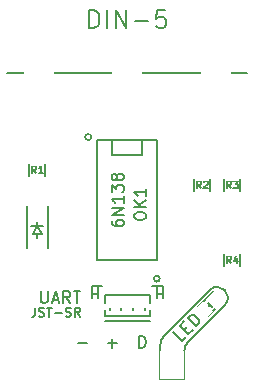
<source format=gto>
G04 #@! TF.FileFunction,Legend,Top*
%FSLAX46Y46*%
G04 Gerber Fmt 4.6, Leading zero omitted, Abs format (unit mm)*
G04 Created by KiCad (PCBNEW 4.0.1-stable) date Tuesday, April 19, 2016 'PMt' 04:38:34 PM*
%MOMM*%
G01*
G04 APERTURE LIST*
%ADD10C,0.100000*%
%ADD11C,0.200000*%
%ADD12C,0.152400*%
%ADD13C,0.203200*%
%ADD14C,0.150000*%
%ADD15C,0.127000*%
%ADD16C,2.700000*%
%ADD17C,2.400000*%
%ADD18R,2.127200X2.432000*%
%ADD19O,2.127200X2.432000*%
%ADD20R,1.300000X1.600000*%
%ADD21R,2.432000X1.924000*%
%ADD22R,1.620000X1.310000*%
%ADD23R,1.000000X1.950000*%
%ADD24R,1.600000X2.200000*%
G04 APERTURE END LIST*
D10*
D11*
X142240000Y-93345000D02*
X162560000Y-93345000D01*
X149352000Y-98806000D02*
G75*
G03X149352000Y-98806000I-254000J0D01*
G01*
D12*
X144607644Y-113247714D02*
X144607644Y-113792000D01*
X144571358Y-113900857D01*
X144498787Y-113973429D01*
X144389930Y-114009714D01*
X144317358Y-114009714D01*
X144934215Y-113973429D02*
X145043072Y-114009714D01*
X145224501Y-114009714D01*
X145297072Y-113973429D01*
X145333358Y-113937143D01*
X145369643Y-113864571D01*
X145369643Y-113792000D01*
X145333358Y-113719429D01*
X145297072Y-113683143D01*
X145224501Y-113646857D01*
X145079358Y-113610571D01*
X145006786Y-113574286D01*
X144970501Y-113538000D01*
X144934215Y-113465429D01*
X144934215Y-113392857D01*
X144970501Y-113320286D01*
X145006786Y-113284000D01*
X145079358Y-113247714D01*
X145260786Y-113247714D01*
X145369643Y-113284000D01*
X145587357Y-113247714D02*
X146022786Y-113247714D01*
X145805072Y-114009714D02*
X145805072Y-113247714D01*
X146276786Y-113719429D02*
X146857357Y-113719429D01*
X147183929Y-113973429D02*
X147292786Y-114009714D01*
X147474215Y-114009714D01*
X147546786Y-113973429D01*
X147583072Y-113937143D01*
X147619357Y-113864571D01*
X147619357Y-113792000D01*
X147583072Y-113719429D01*
X147546786Y-113683143D01*
X147474215Y-113646857D01*
X147329072Y-113610571D01*
X147256500Y-113574286D01*
X147220215Y-113538000D01*
X147183929Y-113465429D01*
X147183929Y-113392857D01*
X147220215Y-113320286D01*
X147256500Y-113284000D01*
X147329072Y-113247714D01*
X147510500Y-113247714D01*
X147619357Y-113284000D01*
X148381357Y-114009714D02*
X148127357Y-113646857D01*
X147945929Y-114009714D02*
X147945929Y-113247714D01*
X148236214Y-113247714D01*
X148308786Y-113284000D01*
X148345071Y-113320286D01*
X148381357Y-113392857D01*
X148381357Y-113501714D01*
X148345071Y-113574286D01*
X148308786Y-113610571D01*
X148236214Y-113646857D01*
X147945929Y-113646857D01*
D11*
X157586815Y-116095915D02*
G75*
G03X157226000Y-116967000I871085J-871085D01*
G01*
X155554815Y-115587915D02*
G75*
G03X155194000Y-116459000I871085J-871085D01*
G01*
X155194000Y-119253000D02*
X155194000Y-116459000D01*
X159385000Y-111760000D02*
X155575000Y-115570000D01*
X157226000Y-119253000D02*
X155194000Y-119253000D01*
X157226000Y-116967000D02*
X157226000Y-119253000D01*
X160655000Y-113030000D02*
X157607000Y-116078000D01*
X160655000Y-113030000D02*
G75*
G03X159385000Y-111760000I-635000J635000D01*
G01*
D13*
X157343158Y-115721842D02*
X157001053Y-116063946D01*
X156282633Y-115345526D01*
X157206316Y-115106053D02*
X157445789Y-114866580D01*
X157924736Y-115140263D02*
X157582632Y-115482368D01*
X156864211Y-114763947D01*
X157206316Y-114421843D01*
X158232631Y-114832368D02*
X157514211Y-114113948D01*
X157685263Y-113942895D01*
X157822105Y-113874475D01*
X157958947Y-113874475D01*
X158061578Y-113908685D01*
X158232631Y-114011317D01*
X158335262Y-114113948D01*
X158437894Y-114285001D01*
X158472104Y-114387632D01*
X158472104Y-114524474D01*
X158403684Y-114661316D01*
X158232631Y-114832368D01*
X153403905Y-116664619D02*
X153403905Y-115648619D01*
X153645810Y-115648619D01*
X153790952Y-115697000D01*
X153887714Y-115793762D01*
X153936095Y-115890524D01*
X153984476Y-116084048D01*
X153984476Y-116229190D01*
X153936095Y-116422714D01*
X153887714Y-116519476D01*
X153790952Y-116616238D01*
X153645810Y-116664619D01*
X153403905Y-116664619D01*
X148202953Y-116277571D02*
X148977048Y-116277571D01*
X150742953Y-116277571D02*
X151517048Y-116277571D01*
X151130000Y-116664619D02*
X151130000Y-115890524D01*
D14*
X161965000Y-102370000D02*
X161965000Y-103370000D01*
X160615000Y-103370000D02*
X160615000Y-102370000D01*
X154940000Y-99060000D02*
X149860000Y-99060000D01*
X149860000Y-99060000D02*
X149860000Y-109220000D01*
X149860000Y-109220000D02*
X154940000Y-109220000D01*
X154940000Y-109220000D02*
X154940000Y-99060000D01*
X153670000Y-99060000D02*
X153670000Y-100330000D01*
X153670000Y-100330000D02*
X151130000Y-100330000D01*
X151130000Y-100330000D02*
X151130000Y-99060000D01*
X144780000Y-106997500D02*
X144780000Y-107378500D01*
X144780000Y-105981500D02*
X144780000Y-106362500D01*
X144780000Y-106362500D02*
X145161000Y-106997500D01*
X145161000Y-106997500D02*
X144399000Y-106997500D01*
X144399000Y-106997500D02*
X144780000Y-106362500D01*
X145288000Y-106362500D02*
X144272000Y-106362500D01*
X143880000Y-104680000D02*
X143880000Y-108220000D01*
X145680000Y-104680000D02*
X145680000Y-108220000D01*
X145455000Y-101100000D02*
X145455000Y-102100000D01*
X144105000Y-102100000D02*
X144105000Y-101100000D01*
X158075000Y-103370000D02*
X158075000Y-102370000D01*
X159425000Y-102370000D02*
X159425000Y-103370000D01*
X159773909Y-111863274D02*
X158430406Y-113206777D01*
X160551726Y-112641091D02*
X159208223Y-113984594D01*
X159526421Y-112888579D02*
X159208223Y-113206777D01*
X159738553Y-113030000D02*
X159385000Y-112676447D01*
X159561777Y-112853223D02*
X159561777Y-113206777D01*
X159561777Y-113206777D02*
X159208223Y-112853223D01*
X159208223Y-112853223D02*
X159561777Y-112853223D01*
X155150000Y-110807500D02*
G75*
G03X155150000Y-110807500I-250000J0D01*
G01*
X154300000Y-114357500D02*
X150500000Y-114357500D01*
X155400000Y-112457500D02*
X155400000Y-111457500D01*
X155400000Y-111457500D02*
X154500000Y-111457500D01*
X154900000Y-111457500D02*
X154900000Y-112457500D01*
X154900000Y-112457500D02*
X154900000Y-112457500D01*
X154900000Y-112457500D02*
X154900000Y-111457500D01*
X154900000Y-111457500D02*
X154900000Y-111457500D01*
X154900000Y-112057500D02*
X154900000Y-112057500D01*
X154900000Y-112057500D02*
X155400000Y-112057500D01*
X155400000Y-112057500D02*
X155400000Y-112057500D01*
X155400000Y-112057500D02*
X154900000Y-112057500D01*
X149400000Y-112457500D02*
X149400000Y-111457500D01*
X149400000Y-111457500D02*
X150300000Y-111457500D01*
X149900000Y-111457500D02*
X149900000Y-112457500D01*
X149900000Y-112457500D02*
X149900000Y-112457500D01*
X149900000Y-112457500D02*
X149900000Y-111457500D01*
X149900000Y-111457500D02*
X149900000Y-111457500D01*
X149900000Y-112057500D02*
X149900000Y-112057500D01*
X149900000Y-112057500D02*
X149400000Y-112057500D01*
X149400000Y-112057500D02*
X149400000Y-112057500D01*
X149400000Y-112057500D02*
X149900000Y-112057500D01*
X154300000Y-113457500D02*
X154300000Y-113957500D01*
X154300000Y-113957500D02*
X150500000Y-113957500D01*
X150500000Y-113957500D02*
X150500000Y-113457500D01*
X154300000Y-112857500D02*
X154300000Y-112207500D01*
X154300000Y-112207500D02*
X150500000Y-112207500D01*
X150500000Y-112207500D02*
X150500000Y-112857500D01*
X153900000Y-113457500D02*
X153900000Y-113257500D01*
X152900000Y-113457500D02*
X152900000Y-113257500D01*
X151900000Y-113457500D02*
X151900000Y-113257500D01*
X150900000Y-113457500D02*
X150900000Y-113257500D01*
X160615000Y-109720000D02*
X160615000Y-108720000D01*
X161965000Y-108720000D02*
X161965000Y-109720000D01*
D12*
X149170572Y-89589429D02*
X149170572Y-88065429D01*
X149533429Y-88065429D01*
X149751144Y-88138000D01*
X149896286Y-88283143D01*
X149968858Y-88428286D01*
X150041429Y-88718571D01*
X150041429Y-88936286D01*
X149968858Y-89226571D01*
X149896286Y-89371714D01*
X149751144Y-89516857D01*
X149533429Y-89589429D01*
X149170572Y-89589429D01*
X150694572Y-89589429D02*
X150694572Y-88065429D01*
X151420286Y-89589429D02*
X151420286Y-88065429D01*
X152291143Y-89589429D01*
X152291143Y-88065429D01*
X153016857Y-89008857D02*
X154178000Y-89008857D01*
X155629428Y-88065429D02*
X154903714Y-88065429D01*
X154831143Y-88791143D01*
X154903714Y-88718571D01*
X155048857Y-88646000D01*
X155411714Y-88646000D01*
X155556857Y-88718571D01*
X155629428Y-88791143D01*
X155702000Y-88936286D01*
X155702000Y-89299143D01*
X155629428Y-89444286D01*
X155556857Y-89516857D01*
X155411714Y-89589429D01*
X155048857Y-89589429D01*
X154903714Y-89516857D01*
X154831143Y-89444286D01*
D15*
X161184167Y-103157262D02*
X160972500Y-102854881D01*
X160821309Y-103157262D02*
X160821309Y-102522262D01*
X161063214Y-102522262D01*
X161123690Y-102552500D01*
X161153929Y-102582738D01*
X161184167Y-102643214D01*
X161184167Y-102733929D01*
X161153929Y-102794405D01*
X161123690Y-102824643D01*
X161063214Y-102854881D01*
X160821309Y-102854881D01*
X161395833Y-102522262D02*
X161788929Y-102522262D01*
X161577262Y-102764167D01*
X161667976Y-102764167D01*
X161728452Y-102794405D01*
X161758690Y-102824643D01*
X161788929Y-102885119D01*
X161788929Y-103036310D01*
X161758690Y-103096786D01*
X161728452Y-103127024D01*
X161667976Y-103157262D01*
X161486548Y-103157262D01*
X161426071Y-103127024D01*
X161395833Y-103096786D01*
D14*
X152995381Y-105592429D02*
X152995381Y-105401952D01*
X153043000Y-105306714D01*
X153138238Y-105211476D01*
X153328714Y-105163857D01*
X153662048Y-105163857D01*
X153852524Y-105211476D01*
X153947762Y-105306714D01*
X153995381Y-105401952D01*
X153995381Y-105592429D01*
X153947762Y-105687667D01*
X153852524Y-105782905D01*
X153662048Y-105830524D01*
X153328714Y-105830524D01*
X153138238Y-105782905D01*
X153043000Y-105687667D01*
X152995381Y-105592429D01*
X153995381Y-104735286D02*
X152995381Y-104735286D01*
X153995381Y-104163857D02*
X153423952Y-104592429D01*
X152995381Y-104163857D02*
X153566810Y-104735286D01*
X153995381Y-103211476D02*
X153995381Y-103782905D01*
X153995381Y-103497191D02*
X152995381Y-103497191D01*
X153138238Y-103592429D01*
X153233476Y-103687667D01*
X153281095Y-103782905D01*
X151090381Y-105901904D02*
X151090381Y-106092381D01*
X151138000Y-106187619D01*
X151185619Y-106235238D01*
X151328476Y-106330476D01*
X151518952Y-106378095D01*
X151899905Y-106378095D01*
X151995143Y-106330476D01*
X152042762Y-106282857D01*
X152090381Y-106187619D01*
X152090381Y-105997142D01*
X152042762Y-105901904D01*
X151995143Y-105854285D01*
X151899905Y-105806666D01*
X151661810Y-105806666D01*
X151566571Y-105854285D01*
X151518952Y-105901904D01*
X151471333Y-105997142D01*
X151471333Y-106187619D01*
X151518952Y-106282857D01*
X151566571Y-106330476D01*
X151661810Y-106378095D01*
X152090381Y-105378095D02*
X151090381Y-105378095D01*
X152090381Y-104806666D01*
X151090381Y-104806666D01*
X152090381Y-103806666D02*
X152090381Y-104378095D01*
X152090381Y-104092381D02*
X151090381Y-104092381D01*
X151233238Y-104187619D01*
X151328476Y-104282857D01*
X151376095Y-104378095D01*
X151090381Y-103473333D02*
X151090381Y-102854285D01*
X151471333Y-103187619D01*
X151471333Y-103044761D01*
X151518952Y-102949523D01*
X151566571Y-102901904D01*
X151661810Y-102854285D01*
X151899905Y-102854285D01*
X151995143Y-102901904D01*
X152042762Y-102949523D01*
X152090381Y-103044761D01*
X152090381Y-103330476D01*
X152042762Y-103425714D01*
X151995143Y-103473333D01*
X151518952Y-102282857D02*
X151471333Y-102378095D01*
X151423714Y-102425714D01*
X151328476Y-102473333D01*
X151280857Y-102473333D01*
X151185619Y-102425714D01*
X151138000Y-102378095D01*
X151090381Y-102282857D01*
X151090381Y-102092380D01*
X151138000Y-101997142D01*
X151185619Y-101949523D01*
X151280857Y-101901904D01*
X151328476Y-101901904D01*
X151423714Y-101949523D01*
X151471333Y-101997142D01*
X151518952Y-102092380D01*
X151518952Y-102282857D01*
X151566571Y-102378095D01*
X151614190Y-102425714D01*
X151709429Y-102473333D01*
X151899905Y-102473333D01*
X151995143Y-102425714D01*
X152042762Y-102378095D01*
X152090381Y-102282857D01*
X152090381Y-102092380D01*
X152042762Y-101997142D01*
X151995143Y-101949523D01*
X151899905Y-101901904D01*
X151709429Y-101901904D01*
X151614190Y-101949523D01*
X151566571Y-101997142D01*
X151518952Y-102092380D01*
D15*
X144674167Y-101887262D02*
X144462500Y-101584881D01*
X144311309Y-101887262D02*
X144311309Y-101252262D01*
X144553214Y-101252262D01*
X144613690Y-101282500D01*
X144643929Y-101312738D01*
X144674167Y-101373214D01*
X144674167Y-101463929D01*
X144643929Y-101524405D01*
X144613690Y-101554643D01*
X144553214Y-101584881D01*
X144311309Y-101584881D01*
X145278929Y-101887262D02*
X144916071Y-101887262D01*
X145097500Y-101887262D02*
X145097500Y-101252262D01*
X145037024Y-101342976D01*
X144976548Y-101403452D01*
X144916071Y-101433690D01*
X158644167Y-103157262D02*
X158432500Y-102854881D01*
X158281309Y-103157262D02*
X158281309Y-102522262D01*
X158523214Y-102522262D01*
X158583690Y-102552500D01*
X158613929Y-102582738D01*
X158644167Y-102643214D01*
X158644167Y-102733929D01*
X158613929Y-102794405D01*
X158583690Y-102824643D01*
X158523214Y-102854881D01*
X158281309Y-102854881D01*
X158886071Y-102582738D02*
X158916309Y-102552500D01*
X158976786Y-102522262D01*
X159127976Y-102522262D01*
X159188452Y-102552500D01*
X159218690Y-102582738D01*
X159248929Y-102643214D01*
X159248929Y-102703690D01*
X159218690Y-102794405D01*
X158855833Y-103157262D01*
X159248929Y-103157262D01*
D14*
X145089762Y-111847381D02*
X145089762Y-112656905D01*
X145137381Y-112752143D01*
X145185000Y-112799762D01*
X145280238Y-112847381D01*
X145470715Y-112847381D01*
X145565953Y-112799762D01*
X145613572Y-112752143D01*
X145661191Y-112656905D01*
X145661191Y-111847381D01*
X146089762Y-112561667D02*
X146565953Y-112561667D01*
X145994524Y-112847381D02*
X146327857Y-111847381D01*
X146661191Y-112847381D01*
X147565953Y-112847381D02*
X147232619Y-112371190D01*
X146994524Y-112847381D02*
X146994524Y-111847381D01*
X147375477Y-111847381D01*
X147470715Y-111895000D01*
X147518334Y-111942619D01*
X147565953Y-112037857D01*
X147565953Y-112180714D01*
X147518334Y-112275952D01*
X147470715Y-112323571D01*
X147375477Y-112371190D01*
X146994524Y-112371190D01*
X147851667Y-111847381D02*
X148423096Y-111847381D01*
X148137381Y-112847381D02*
X148137381Y-111847381D01*
D15*
X161184167Y-109507262D02*
X160972500Y-109204881D01*
X160821309Y-109507262D02*
X160821309Y-108872262D01*
X161063214Y-108872262D01*
X161123690Y-108902500D01*
X161153929Y-108932738D01*
X161184167Y-108993214D01*
X161184167Y-109083929D01*
X161153929Y-109144405D01*
X161123690Y-109174643D01*
X161063214Y-109204881D01*
X160821309Y-109204881D01*
X161728452Y-109083929D02*
X161728452Y-109507262D01*
X161577262Y-108842024D02*
X161426071Y-109295595D01*
X161819167Y-109295595D01*
%LPC*%
D16*
X157407000Y-96162500D03*
D17*
X149907000Y-83662500D03*
D16*
X159907000Y-93662500D03*
X152407000Y-93662500D03*
X144907000Y-93662500D03*
X147407000Y-96162500D03*
D17*
X154907000Y-83662500D03*
D18*
X156210000Y-118110000D03*
D19*
X153670000Y-118110000D03*
X151130000Y-118110000D03*
X148590000Y-118110000D03*
D20*
X161290000Y-103970000D03*
X161290000Y-101770000D03*
D21*
X148590000Y-100330000D03*
X148590000Y-102870000D03*
X148590000Y-105410000D03*
X148590000Y-107950000D03*
X156210000Y-107950000D03*
X156210000Y-105410000D03*
X156210000Y-102870000D03*
X156210000Y-100330000D03*
D22*
X144780000Y-105045000D03*
X144780000Y-108315000D03*
D20*
X144780000Y-102700000D03*
X144780000Y-100500000D03*
X158750000Y-101770000D03*
X158750000Y-103970000D03*
D10*
G36*
X158855165Y-114406638D02*
X158008362Y-113559835D01*
X158855165Y-112713032D01*
X159701968Y-113559835D01*
X158855165Y-114406638D01*
X158855165Y-114406638D01*
G37*
G36*
X159914835Y-113346968D02*
X159068032Y-112500165D01*
X159914835Y-111653362D01*
X160761638Y-112500165D01*
X159914835Y-113346968D01*
X159914835Y-113346968D01*
G37*
D23*
X153900000Y-111132500D03*
X152900000Y-111132500D03*
X151900000Y-111132500D03*
X150900000Y-111132500D03*
D24*
X155200000Y-113657500D03*
X149600000Y-113657500D03*
D20*
X161290000Y-108120000D03*
X161290000Y-110320000D03*
M02*

</source>
